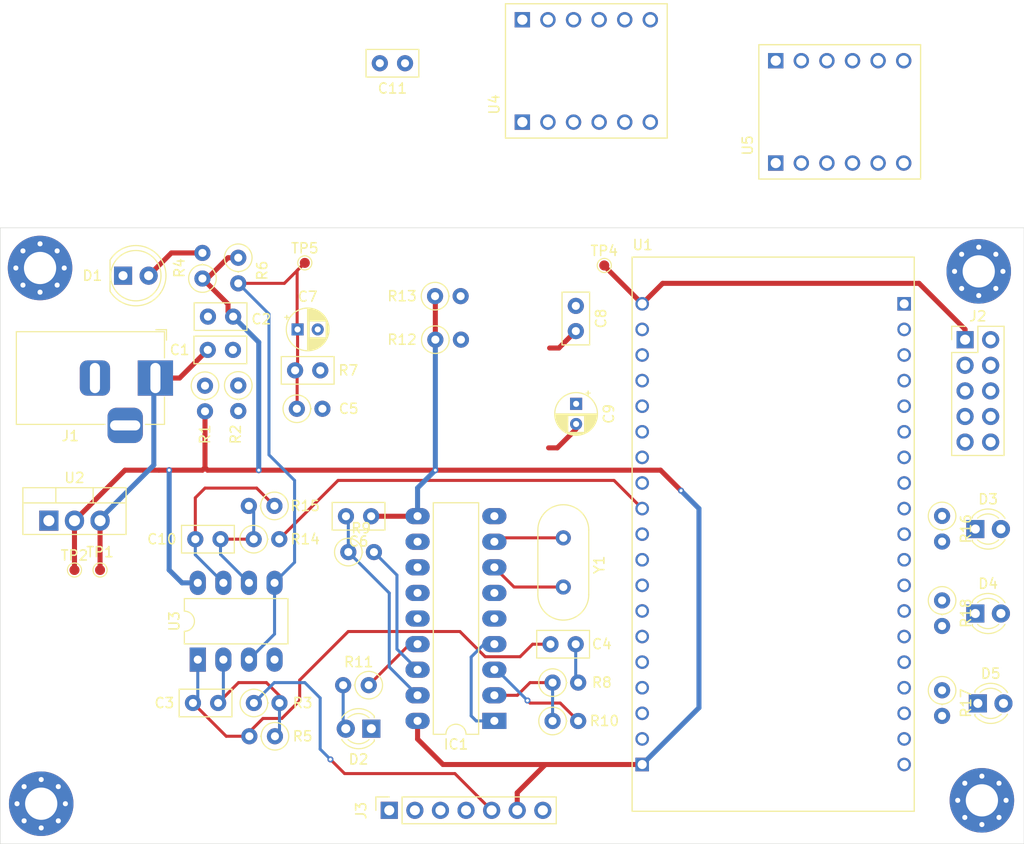
<source format=kicad_pcb>
(kicad_pcb (version 20240108) (generator "pcbnew") (generator_version "8.0")
  (layers (0 "F.Cu" signal) (31 "B.Cu" signal) (34 "B.Paste" user) (35 "F.Paste" user) (36 "B.SilkS" user "B.Silkscreen") (37 "F.SilkS" user "F.Silkscreen") (38 "B.Mask" user) (39 "F.Mask" user) (44 "Edge.Cuts" user))
  (net 0 "")
  (net 1 "Net-(U2-VI)")
  (net 2 "Earth")
  (net 3 "/5V")
  (net 4 "/Audio_SLIC-Amp")
  (net 5 "Net-(U3-1IN-)")
  (net 6 "Net-(C4-Pad1)")
  (net 7 "/Vref")
  (net 8 "Net-(IC1-ST{slash}GT)")
  (net 9 "Net-(U3-2IN-)")
  (net 10 "/Audio_ESP32-Amp")
  (net 11 "Net-(D1-A)")
  (net 12 "Net-(D2-A)")
  (net 13 "Net-(D3-A)")
  (net 14 "Net-(D4-A)")
  (net 15 "Net-(D5-A)")
  (net 16 "Net-(IC1-IN+)")
  (net 17 "Net-(IC1-GS)")
  (net 18 "Net-(IC1-Q4)")
  (net 19 "Net-(IC1-EST)")
  (net 20 "Net-(IC1-OSC1)")
  (net 21 "Net-(IC1-Q3)")
  (net 22 "Net-(IC1-STD)")
  (net 23 "Net-(IC1-OSC2)")
  (net 24 "Net-(IC1-Q1)")
  (net 25 "Net-(IC1-Q2)")
  (net 26 "Net-(IC1-IN-)")
  (net 27 "/TDO")
  (net 28 "/TDI")
  (net 29 "/TMS")
  (net 30 "/3V3")
  (net 32 "/TCK")
  (net 33 "/SLIC_INT")
  (net 34 "/MCP_RESET")
  (net 35 "/SLC")
  (net 36 "/SDA")
  (net 37 "/Audio_SLIC")
  (net 38 "Net-(U2-ADJ)")
  (net 39 "/Audio_ESP32")
  (net 40 "/WiFi_LED")
  (net 41 "/MQTT_LED")
  (net 42 "/Hook_Status_LED")
  (net 44 "/Q2_3V")
  (net 45 "/Q1_3V")
  (net 46 "unconnected-(C9-Pad2)")
  (net 50 "/SDA_3V")
  (net 54 "/MCP_RESET_3V")
  (net 58 "/Q4_3V")
  (net 61 "/SLIC_INT_3V")
  (net 64 "/Q3_3V")
  (net 66 "/SCL_3V")
  (net 68 "/Test_button")
  (footprint "Package_DIP:DIP-8_W7.62mm_LongPads" (layer "F.Cu") (at 172.003 93.477 90)
    (property "Reference" "U3")
    (property "Value" "LM358PE3")
  )
  (footprint "Resistor_THT:R_Axial_DIN0207_L6.3mm_D2.5mm_P2.54mm_Vertical" (layer "F.Cu") (at 172.72 66.294 -90)
    (property "Reference" "R1")
    (property "Value" "240")
  )
  (footprint "Capacitor_THT:C_Disc_D5.0mm_W2.5mm_P2.50mm" (layer "F.Cu") (at 172.994 62.738)
    (property "Reference" "C1")
    (property "Value" "0,1uF")
  )
  (footprint "MountingHole:MountingHole_3.2mm_M3_Pad_Via" (layer "F.Cu") (at 156.464 107.776944)
    (property "Reference" "H4" (hide yes))
    (property "Value" "MountingHole_Pad" (hide yes))
  )
  (footprint "TestPoint:TestPoint_Pad_D1.0mm" (layer "F.Cu") (at 159.766 84.582)
    (property "Reference" "TP2")
    (property "Value" "TestPoint" (hide yes))
  )
  (footprint "Resistor_THT:R_Axial_DIN0207_L6.3mm_D2.5mm_P2.54mm_Vertical" (layer "F.Cu") (at 177.572 97.78)
    (property "Reference" "R3")
    (property "Value" "10K")
  )
  (footprint "Resistor_THT:R_Axial_DIN0207_L6.3mm_D2.5mm_P2.54mm_Vertical" (layer "F.Cu") (at 245.872 79.219 -90)
    (property "Reference" "R16")
    (property "Value" "220")
  )
  (footprint "Resistor_THT:R_Axial_DIN0207_L6.3mm_D2.5mm_P2.54mm_Vertical" (layer "F.Cu") (at 177.552 81.524)
    (property "Reference" "R14")
    (property "Value" "10K")
  )
  (footprint "Crystal:Crystal_HC49-4H_Vertical" (layer "F.Cu") (at 208.28 86.27 90)
    (property "Reference" "Y1")
    (property "Value" "3.579546" (hide yes))
  )
  (footprint "Resistor_THT:R_Axial_DIN0207_L6.3mm_D2.5mm_P2.54mm_Vertical" (layer "F.Cu") (at 186.944 82.804)
    (property "Reference" "R9")
    (property "Value" "390K")
  )
  (footprint "Capacitor_THT:CP_Radial_D4.0mm_P2.00mm" (layer "F.Cu") (at 181.907401 60.706)
    (property "Reference" "C7")
    (property "Value" "47uF")
  )
  (footprint "Capacitor_THT:C_Disc_D5.0mm_W2.5mm_P2.50mm" (layer "F.Cu") (at 175.514 59.436 180)
    (property "Reference" "C2")
    (property "Value" "10uF")
  )
  (footprint "LED_THT:LED_D3.0mm" (layer "F.Cu") (at 249.423 97.819)
    (property "Reference" "D5")
    (property "Value" "LED")
  )
  (footprint "TestPoint:TestPoint_Pad_D1.0mm" (layer "F.Cu") (at 212.344 54.356)
    (property "Reference" "TP4")
    (property "Value" "TestPoint" (hide yes))
  )
  (footprint "Capacitor_THT:C_Disc_D5.0mm_W2.5mm_P2.50mm" (layer "F.Cu") (at 209.51 91.948 180)
    (property "Reference" "C4")
    (property "Value" "0,1uF")
  )
  (footprint "Capacitor_THT:C_Disc_D5.0mm_W2.5mm_P2.50mm" (layer "F.Cu") (at 171.525 97.78)
    (property "Reference" "C3")
    (property "Value" "2n2")
  )
  (footprint "Package_DIP:DIP-18_W7.62mm_LongPads" (layer "F.Cu") (at 201.437 99.558 180)
    (property "Reference" "IC1")
    (property "Value" "MT8870DE" (hide yes))
  )
  (footprint "Resistor_THT:R_Axial_DIN0207_L6.3mm_D2.5mm_P2.54mm_Vertical" (layer "F.Cu") (at 245.872 96.52 -90)
    (property "Reference" "R17")
    (property "Value" "220")
  )
  (footprint "LED_THT:LED_D5.0mm" (layer "F.Cu") (at 164.587 55.372)
    (property "Reference" "D1")
    (property "Value" "LED")
  )
  (footprint "TestPoint:TestPoint_Pad_D1.0mm" (layer "F.Cu") (at 162.306 84.582 180)
    (property "Reference" "TP1")
    (property "Value" "TestPoint" (hide yes))
  )
  (footprint "Resistor_THT:R_Axial_DIN0207_L6.3mm_D2.5mm_P2.54mm_Vertical" (layer "F.Cu") (at 207.215 95.758)
    (property "Reference" "R8")
    (property "Value" "100K")
  )
  (footprint "Package_TO_SOT_THT:TO-220-3_Vertical" (layer "F.Cu") (at 157.226 79.685)
    (property "Reference" "U2")
    (property "Value" "LM317_TO-220" (hide yes))
  )
  (footprint "Connector_PinSocket_2.54mm:PinSocket_1x07_P2.54mm_Vertical" (layer "F.Cu") (at 191.008 108.433 90)
    (property "Reference" "J3")
    (property "Value" "Conn_01x07" (hide yes))
  )
  (footprint "Connector_PinHeader_2.54mm:PinHeader_2x05_P2.54mm_Vertical" (layer "F.Cu") (at 248.153 61.727)
    (property "Reference" "J2")
    (property "Value" "Conn_02x05_Top_Bottom" (hide yes))
  )
  (footprint "Resistor_THT:R_Axial_DIN0207_L6.3mm_D2.5mm_P2.54mm_Vertical" (layer "F.Cu") (at 207.215 99.568)
    (property "Reference" "R10")
    (property "Value" "100K")
  )
  (footprint "Resistor_THT:R_Axial_DIN0207_L6.3mm_D2.5mm_P2.54mm_Vertical" (layer "F.Cu") (at 245.872 87.601 -90)
    (property "Reference" "R18")
    (property "Value" "220")
  )
  (footprint "Capacitor_THT:CP_Radial_D4.0mm_P2.00mm" (layer "F.Cu") (at 209.55 68.092 -90)
    (property "Reference" "C9")
    (property "Value" "2,2uF")
  )
  (footprint "Resistor_THT:R_Axial_DIN0207_L6.3mm_D2.5mm_P2.54mm_Vertical" (layer "F.Cu") (at 179.613 78.222 180)
    (property "Reference" "R15")
    (property "Value" "10K")
  )
  (footprint "Resistor_THT:R_Axial_DIN0207_L6.3mm_D2.5mm_P2.54mm_Vertical" (layer "F.Cu") (at 195.58 61.722)
    (property "Reference" "R12")
    (property "Value" "4,7K")
  )
  (footprint "LED_THT:LED_D3.0mm" (layer "F.Cu") (at 249.169 80.518)
    (property "Reference" "D3")
    (property "Value" "LED")
  )
  (footprint "MountingHole:MountingHole_3.2mm_M3_Pad_Via" (layer "F.Cu") (at 249.822 107.442)
    (property "Reference" "H2" (hide yes))
    (property "Value" "MountingHole_Pad" (hide yes))
  )
  (footprint "Resistor_THT:R_Axial_DIN0207_L6.3mm_D2.5mm_P2.54mm_Vertical" (layer "F.Cu") (at 176.022 53.594 -90)
    (property "Reference" "R6")
    (property "Value" "470")
  )
  (footprint "Connector_BarrelJack:BarrelJack_Horizontal" (layer "F.Cu") (at 167.798 65.532)
    (property "Reference" "J1")
    (property "Value" "Jack-DC")
  )
  (footprint "Resistor_THT:R_Axial_DIN0207_L6.3mm_D2.5mm_P2.54mm_Vertical" (layer "F.Cu") (at 188.971 96.012 180)
    (property "Reference" "R11")
    (property "Value" "100K")
  )
  (footprint "Capacitor_THT:C_Disc_D5.0mm_W2.5mm_P2.50mm" (layer "F.Cu") (at 192.572 34.29 180)
    (property "Reference" "C11")
    (property "Value" "0,1uF")
  )
  (footprint "LED_THT:LED_D3.0mm" (layer "F.Cu") (at 189.23 100.33 180)
    (property "Reference" "D2")
    (property "Value" "LED")
  )
  (footprint "Resistor_THT:R_Axial_DIN0207_L6.3mm_D2.5mm_P2.54mm_Vertical" (layer "F.Cu") (at 181.835 68.58)
    (property "Reference" "R7")
    (property "Value" "470")
  )
  (footprint "Capacitor_THT:C_Disc_D5.0mm_W2.5mm_P2.50mm" (layer "F.Cu") (at 189.21 79.248 180)
    (property "Reference" "C6")
    (property "Value" "0,1uF")
  )
  (footprint "Capacitor_THT:C_Disc_D5.0mm_W2.5mm_P2.50mm" (layer "F.Cu") (at 209.522 58.3715 -90)
    (property "Reference" "C8")
    (property "Value" "0,1uF")
  )
  (footprint "TestPoint:TestPoint_Pad_D1.0mm" (layer "F.Cu") (at 182.626 54.102)
    (property "Reference" "TP5")
    (property "Value" "TestPoint" (hide yes))
  )
  (footprint "Resistor_THT:R_Axial_DIN0207_L6.3mm_D2.5mm_P2.54mm_Vertical" (layer "F.Cu") (at 195.551 57.404)
    (property "Reference" "R13")
    (property "Value" "4,7K")
  )
  (footprint "JW_footprint_library:CONV_BOB-12009" (layer "F.Cu") (at 235.712 39.116 90)
    (property "Reference" "U5")
    (property "Value" "BOB-12009")
  )
  (footprint "JW_footprint_library:MODULE_ESP32_NODEMCU" (layer "F.Cu") (at 229.108 81.026)
    (property "Reference" "U1")
    (property "Value" "ESP32_NODEMCU" (hide yes))
  )
  (footprint "MountingHole:MountingHole_3.2mm_M3_Pad_Via" (layer "F.Cu") (at 249.508944 54.944944)
    (property "Reference" "H3" (hide yes))
    (property "Value" "MountingHole_Pad" (hide yes))
  )
  (footprint "Resistor_THT:R_Axial_DIN0207_L6.3mm_D2.5mm_P2.54mm_Vertical" (layer "F.Cu") (at 179.662 101.082 180)
    (property "Reference" "R5")
    (property "Value" "10K")
  )
  (footprint "JW_footprint_library:CONV_BOB-12009" (layer "F.Cu") (at 210.566 35.052 90)
    (property "Reference" "U4")
    (property "Value" "BOB-12009")
  )
  (footprint "Resistor_THT:R_Axial_DIN0207_L6.3mm_D2.5mm_P2.54mm_Vertical" (layer "F.Cu") (at 172.466 55.655 90)
    (property "Reference" "R4")
    (property "Value" "470")
  )
  (footprint "MountingHole:MountingHole_3.2mm_M3_Pad_Via" (layer "F.Cu") (at 156.35 54.61)
    (property "Reference" "H1" (hide yes))
    (property "Value" "MountingHole_Pad" (hide yes))
  )
  (footprint "LED_THT:LED_D3.0mm" (layer "F.Cu") (at 249.169 88.9)
    (property "Reference" "D4")
    (property "Value" "LED" (hide yes))
  )
  (footprint "Capacitor_THT:C_Disc_D5.0mm_W2.5mm_P2.50mm" (layer "F.Cu") (at 174.259 81.524 180)
    (property "Reference" "C10")
    (property "Value" "2n2")
  )
  (footprint "Capacitor_THT:C_Disc_D5.0mm_W2.5mm_P2.50mm" (layer "F.Cu") (at 184.161401 64.77 180)
    (property "Reference" "C5")
    (property "Value" "0,1uF")
  )
  (footprint "Resistor_THT:R_Axial_DIN0207_L6.3mm_D2.5mm_P2.54mm_Vertical" (layer "F.Cu") (at 176.022 66.265 -90)
    (property "Reference" "R2")
    (property "Value" "720")
  )
  (gr_rect (start 152.4 50.622) (end 254 111.76) (stroke (width 0.05)) (fill none) (layer "Edge.Cuts"))
  (segment (start 170.2 65.532) (end 172.994 62.738) (width 0.5) (layer "F.Cu") (net 1))
  (segment (start 167.798 65.532) (end 170.2 65.532) (width 0.5) (layer "F.Cu") (net 1))
  (segment (start 162.306 79.685) (end 162.306 84.582) (width 0.5) (layer "F.Cu") (net 1))
  (segment (start 167.64 74.168) (end 162.306 79.502) (width 0.5) (layer "B.Cu") (net 1))
  (segment (start 167.64 65.69) (end 167.64 74.168) (width 0.5) (layer "B.Cu") (net 1))
  (segment (start 167.798 65.532) (end 167.64 65.69) (width 0.5) (layer "B.Cu") (net 1))
  (segment (start 162.306 79.502) (end 162.306 79.685) (width 0.5) (layer "B.Cu") (net 1))
  (segment (start 172.974 74.676) (end 172.72 74.422) (width 0.5) (layer "F.Cu") (net 3))
  (segment (start 203.708 106.68) (end 206.502 103.886) (width 0.5) (layer "F.Cu") (net 3))
  (segment (start 169.164 74.676) (end 172.466 74.676) (width 0.5) (layer "F.Cu") (net 3))
  (segment (start 178.054 74.676) (end 172.974 74.676) (width 0.5) (layer "F.Cu") (net 3))
  (segment (start 175.006 53.594) (end 176.022 53.594) (width 0.5) (layer "F.Cu") (net 3))
  (segment (start 193.817 101.361) (end 193.817 99.558) (width 0.5) (layer "F.Cu") (net 3))
  (segment (start 159.766 79.685) (end 159.766 84.582) (width 0.5) (layer "F.Cu") (net 3))
  (segment (start 216.108 103.886) (end 206.502 103.886) (width 0.5) (layer "F.Cu") (net 3))
  (segment (start 164.775 74.676) (end 168.148 74.676) (width 0.5) (layer "F.Cu") (net 3))
  (segment (start 209.522 60.8715) (end 207.841 62.5525) (width 0.5) (layer "F.Cu") (net 3))
  (segment (start 203.708 106.68) (end 203.708 108.433) (width 0.5) (layer "F.Cu") (net 3))
  (segment (start 219.964 76.708) (end 217.932 74.676) (width 0.5) (layer "F.Cu") (net 3))
  (segment (start 195.58 57.433) (end 195.551 57.404) (width 0.5) (layer "F.Cu") (net 3))
  (segment (start 172.945 55.655) (end 175.006 53.594) (width 0.5) (layer "F.Cu") (net 3))
  (segment (start 172.72 74.422) (end 172.72 68.834) (width 0.5) (layer "F.Cu") (net 3))
  (segment (start 175.514 59.436) (end 175.006 58.928) (width 0.5) (layer "F.Cu") (net 3))
  (segment (start 189.21 79.248) (end 193.807 79.248) (width 0.5) (layer "F.Cu") (net 3))
  (segment (start 172.466 55.655) (end 172.945 55.655) (width 0.5) (layer "F.Cu") (net 3))
  (segment (start 207.841 62.5525) (end 206.92 62.5525) (width 0.5) (layer "F.Cu") (net 3))
  (segment (start 196.342 103.886) (end 193.817 101.361) (width 0.5) (layer "F.Cu") (net 3))
  (segment (start 195.58 61.722) (end 195.58 57.433) (width 0.5) (layer "F.Cu") (net 3))
  (segment (start 175.006 58.195) (end 172.466 55.655) (width 0.5) (layer "F.Cu") (net 3))
  (segment (start 168.148 74.676) (end 169.164 74.676) (width 0.5) (layer "F.Cu") (net 3))
  (segment (start 206.502 103.886) (end 196.342 103.886) (width 0.5) (layer "F.Cu") (net 3))
  (segment (start 175.006 58.928) (end 175.006 58.195) (width 0.5) (layer "F.Cu") (net 3))
  (segment (start 193.807 79.248) (end 193.817 79.238) (width 0.5) (layer "F.Cu") (net 3))
  (segment (start 217.932 74.676) (end 195.58 74.676) (width 0.5) (layer "F.Cu") (net 3))
  (segment (start 172.466 74.676) (end 172.72 74.422) (width 0.5) (layer "F.Cu") (net 3))
  (segment (start 178.054 74.676) (end 195.58 74.676) (width 0.5) (layer "F.Cu") (net 3))
  (segment (start 159.766 79.685) (end 164.775 74.676) (width 0.5) (layer "F.Cu") (net 3))
  (via (at 219.964 76.708) (size 0.6) (drill 0.3) (layers "F.Cu" "B.Cu") (net 3))
  (via (at 178.054 74.676) (size 0.6) (drill 0.3) (layers "F.Cu" "B.Cu") (net 3))
  (via (at 169.164 74.676) (size 0.6) (drill 0.3) (layers "F.Cu" "B.Cu") (net 3))
  (via (at 195.58 74.676) (size 0.6) (drill 0.3) (layers "F.Cu" "B.Cu") (net 3))
  (segment (start 219.964 76.708) (end 221.742 78.486) (width 0.5) (layer "B.Cu") (net 3))
  (segment (start 193.817 76.439) (end 193.817 79.238) (width 0.5) (layer "B.Cu") (net 3))
  (segment (start 178.054 61.976) (end 175.514 59.436) (width 0.5) (layer "B.Cu") (net 3))
  (segment (start 178.054 74.676) (end 178.054 61.976) (width 0.5) (layer "B.Cu") (net 3))
  (segment (start 221.742 78.486) (end 221.742 98.252) (width 0.5) (layer "B.Cu") (net 3))
  (segment (start 221.742 98.252) (end 216.108 103.886) (width 0.5) (layer "B.Cu") (net 3))
  (segment (start 170.439 85.857) (end 172.003 85.857) (width 0.5) (layer "B.Cu") (net 3))
  (segment (start 169.164 74.676) (end 169.164 84.582) (width 0.5) (layer "B.Cu") (net 3))
  (segment (start 195.58 74.676) (end 193.817 76.439) (width 0.5) (layer "B.Cu") (net 3))
  (segment (start 195.58 74.676) (end 195.58 61.722) (width 0.5) (layer "B.Cu") (net 3))
  (segment (start 169.164 84.582) (end 170.439 85.857) (width 0.5) (layer "B.Cu") (net 3))
  (segment (start 186.934 90.688) (end 182.118 95.504) (width 0.3) (layer "F.Cu") (net 4))
  (segment (start 177.122 100.664) (end 177.122 101.082) (width 0.3) (layer "F.Cu") (net 4))
  (segment (start 171.525 97.78) (end 174.827 101.082) (width 0.3) (layer "F.Cu") (net 4))
  (segment (start 182.118 97.541767) (end 180.345767 99.314) (width 0.3) (layer "F.Cu") (net 4))
  (segment (start 200.519233 93.188) (end 198.019233 90.688) (width 0.3) (layer "F.Cu") (net 4))
  (segment (start 182.118 95.504) (end 182.118 97.541767) (width 0.3) (layer "F.Cu") (net 4))
  (segment (start 207.01 91.948) (end 205.232 91.948) (width 0.3) (layer "F.Cu") (net 4))
  (segment (start 203.992 93.188) (end 200.519233 93.188) (width 0.3) (layer "F.Cu") (net 4))
  (segment (start 180.345767 99.314) (end 178.472 99.314) (width 0.3) (layer "F.Cu") (net 4))
  (segment (start 174.827 101.082) (end 177.122 101.082) (width 0.3) (layer "F.Cu") (net 4))
  (segment (start 178.472 99.314) (end 177.122 100.664) (width 0.3) (layer "F.Cu") (net 4))
  (segment (start 205.232 91.948) (end 203.992 93.188) (width 0.3) (layer "F.Cu") (net 4))
  (segment (start 198.019233 90.688) (end 186.934 90.688) (width 0.3) (layer "F.Cu") (net 4))
  (segment (start 172.003 97.302) (end 171.525 97.78) (width 0.3) (layer "B.Cu") (net 4))
  (segment (start 172.003 93.477) (end 172.003 97.302) (width 0.3) (layer "B.Cu") (net 4))
  (segment (start 180.112 97.054) (end 180.112 97.78) (width 0.3) (layer "F.Cu") (net 5))
  (segment (start 174.025 97.78) (end 176.047 95.758) (width 0.3) (layer "F.Cu") (net 5))
  (segment (start 178.816 95.758) (end 180.112 97.054) (width 0.3) (layer "F.Cu") (net 5))
  (segment (start 176.047 95.758) (end 178.816 95.758) (width 0.3) (layer "F.Cu") (net 5))
  (segment (start 174.543 93.477) (end 174.543 97.262) (width 0.3) (layer "B.Cu") (net 5))
  (segment (start 180.112 100.632) (end 179.662 101.082) (width 0.3) (layer "B.Cu") (net 5))
  (segment (start 174.543 97.262) (end 174.025 97.78) (width 0.3) (layer "B.Cu") (net 5))
  (segment (start 180.112 97.78) (end 180.112 100.632) (width 0.3) (layer "B.Cu") (net 5))
  (segment (start 209.755 92.193) (end 209.51 91.948) (width 0.3) (layer "F.Cu") (net 6))
  (segment (start 209.51 95.513) (end 209.755 95.758) (width 0.3) (layer "B.Cu") (net 6))
  (segment (start 209.51 91.948) (end 209.51 95.513) (width 0.3) (layer "B.Cu") (net 6))
  (segment (start 181.864 68.551) (end 181.835 68.58) (width 0.3) (layer "F.Cu") (net 7))
  (segment (start 181.864 54.864) (end 181.864 60.662599) (width 0.3) (layer "F.Cu") (net 7))
  (segment (start 181.661401 64.77) (end 181.864 64.972599) (width 0.3) (layer "F.Cu") (net 7))
  (segment (start 181.907401 60.706) (end 181.907401 64.524) (width 0.3) (layer "F.Cu") (net 7))
  (segment (start 181.864 60.662599) (end 181.907401 60.706) (width 0.3) (layer "F.Cu") (net 7))
  (segment (start 181.864 64.972599) (end 181.864 68.551) (width 0.3) (layer "F.Cu") (net 7))
  (segment (start 180.594 56.134) (end 182.626 54.102) (width 0.3) (layer "F.Cu") (net 7))
  (segment (start 181.907401 64.524) (end 181.661401 64.77) (width 0.3) (layer "F.Cu") (net 7))
  (segment (start 176.022 56.134) (end 180.594 56.134) (width 0.3) (layer "F.Cu") (net 7))
  (segment (start 182.626 54.102) (end 181.864 54.864) (width 0.3) (layer "F.Cu") (net 7))
  (segment (start 181.61 83.82) (end 179.623 85.807) (width 0.3) (layer "B.Cu") (net 7))
  (segment (start 179.07 73.152) (end 181.61 75.692) (width 0.3) (layer "B.Cu") (net 7))
  (segment (start 179.623 85.857) (end 179.623 90.937) (width 0.3) (layer "B.Cu") (net 7))
  (segment (start 176.022 56.134) (end 179.07 59.182) (width 0.3) (layer "B.Cu") (net 7))
  (segment (start 181.61 75.692) (end 181.61 83.82) (width 0.3) (layer "B.Cu") (net 7))
  (segment (start 179.07 59.182) (end 179.07 73.152) (width 0.3) (layer "B.Cu") (net 7))
  (segment (start 179.623 85.807) (end 179.623 85.857) (width 0.3) (layer "B.Cu") (net 7))
  (segment (start 179.623 90.937) (end 177.083 93.477) (width 0.3) (layer "B.Cu") (net 7))
  (segment (start 191.008 94.209) (end 191.008 86.868) (width 0.3) (layer "B.Cu") (net 8))
  (segment (start 186.944 82.804) (end 186.944 79.482) (width 0.3) (layer "B.Cu") (net 8))
  (segment (start 186.944 79.482) (end 186.71 79.248) (width 0.3) (layer "B.Cu") (net 8))
  (segment (start 191.008 86.868) (end 186.944 82.804) (width 0.3) (layer "B.Cu") (net 8))
  (segment (start 193.817 97.018) (end 191.008 94.209) (width 0.3) (layer "B.Cu") (net 8))
  (segment (start 177.552 81.524) (end 174.259 81.524) (width 0.3) (layer "F.Cu") (net 9))
  (segment (start 177.552 81.524) (end 177.546 81.518) (width 0.3) (layer "F.Cu") (net 9))
  (segment (start 177.083 85.857) (end 177.038 85.812) (width 0.3) (layer "F.Cu") (net 9))
  (segment (start 174.259 81.524) (end 174.259 81.036) (width 0.3) (layer "F.Cu") (net 9))
  (segment (start 177.546 78.695) (end 177.073 78.222) (width 0.3) (layer "F.Cu") (net 9))
  (segment (start 174.259 81.524) (end 174.259 83.033) (width 0.3) (layer "B.Cu") (net 9))
  (segment (start 174.259 83.033) (end 177.083 85.857) (width 0.3) (layer "B.Cu") (net 9))
  (segment (start 177.552 81.524) (end 177.552 78.701) (width 0.3) (layer "B.Cu") (net 9))
  (segment (start 177.552 78.701) (end 177.073 78.222) (width 0.3) (layer "B.Cu") (net 9))
  (segment (start 171.759 77.415) (end 172.72 76.454) (width 0.3) (layer "F.Cu") (net 10))
  (segment (start 177.845 76.454) (end 179.613 78.222) (width 0.3) (layer "F.Cu") (net 10))
  (segment (start 174.498 85.812) (end 174.543 85.857) (width 0.3) (layer "F.Cu") (net 10))
  (segment (start 171.759 81.524) (end 171.759 77.415) (width 0.3) (layer "F.Cu") (net 10))
  (segment (start 172.72 76.454) (end 177.845 76.454) (width 0.3) (layer "F.Cu") (net 10))
  (segment (start 171.759 83.073) (end 174.543 85.857) (width 0.3) (layer "B.Cu") (net 10))
  (segment (start 171.759 81.524) (end 171.759 83.073) (width 0.3) (layer "B.Cu") (net 10))
  (segment (start 172.466 53.115) (end 169.384 53.115) (width 0.5) (layer "F.Cu") (net 11))
  (segment (start 169.384 53.115) (end 167.127 55.372) (width 0.5) (layer "F.Cu") (net 11))
  (segment (start 186.431 100.071) (end 186.69 100.33) (width 0.3) (layer "B.Cu") (net 12))
  (segment (start 186.431 96.012) (end 186.431 100.071) (width 0.3) (layer "B.Cu") (net 12))
  (segment (start 199.136 99.06) (end 199.136 93.218) (width 0.3) (layer "B.Cu") (net 16))
  (segment (start 201.437 99.558) (end 199.634 99.558) (width 0.3) (layer "B.Cu") (net 16))
  (segment (start 199.136 93.218) (end 200.416 91.938) (width 0.3) (layer "B.Cu") (net 16))
  (segment (start 200.416 91.938) (end 201.437 91.938) (width 0.3) (layer "B.Cu") (net 16))
  (segment (start 199.634 99.558) (end 199.136 99.06) (width 0.3) (layer "B.Cu") (net 16))
  (segment (start 204.978 97.79) (end 207.977 97.79) (width 0.3) (layer "F.Cu") (net 17))
  (segment (start 207.977 97.79) (end 209.755 99.568) (width 0.3) (layer "F.Cu") (net 17))
  (segment (start 204.724 97.536) (end 204.978 97.79) (width 0.3) (layer "F.Cu") (net 17))
  (via (at 204.724 97.536) (size 0.6) (drill 0.3) (layers "F.Cu" "B.Cu") (net 17))
  (segment (start 201.437 94.478) (end 201.666 94.478) (width 0.3) (layer "B.Cu") (net 17))
  (segment (start 201.666 94.478) (end 204.724 97.536) (width 0.3) (layer "B.Cu") (net 17))
  (segment (start 191.77 92.431) (end 191.77 85.09) (width 0.3) (layer "B.Cu") (net 19))
  (segment (start 193.817 94.478) (end 191.77 92.431) (width 0.3) (layer "B.Cu") (net 19))
  (segment (start 191.77 85.09) (end 189.484 82.804) (width 0.3) (layer "B.Cu") (net 19))
  (segment (start 208.28 86.27) (end 203.389 86.27) (width 0.3) (layer "F.Cu") (net 20))
  (segment (start 203.389 86.27) (end 201.437 84.318) (width 0.3) (layer "F.Cu") (net 20))
  (segment (start 193.045 91.938) (end 193.817 91.938) (width 0.3) (layer "F.Cu") (net 22))
  (segment (start 188.971 96.012) (end 193.045 91.938) (width 0.3) (layer "F.Cu") (net 22))
  (segment (start 208.28 81.39) (end 201.825 81.39) (width 0.3) (layer "F.Cu") (net 23))
  (segment (start 201.825 81.39) (end 201.437 81.778) (width 0.3) (layer "F.Cu") (net 23))
  (segment (start 203.718 97.018) (end 201.437 97.018) (width 0.3) (layer "F.Cu") (net 26))
  (segment (start 204.978 95.758) (end 203.718 97.018) (width 0.3) (layer "F.Cu") (net 26))
  (segment (start 207.215 95.758) (end 204.978 95.758) (width 0.3) (layer "F.Cu") (net 26))
  (segment (start 207.215 95.758) (end 207.215 99.568) (width 0.3) (layer "B.Cu") (net 26))
  (segment (start 216.108 58.166) (end 212.344 54.402) (width 0.5) (layer "F.Cu") (net 30))
  (segment (start 243.586 56.134) (end 218.14 56.134) (width 0.5) (layer "F.Cu") (net 30))
  (segment (start 212.344 54.402) (end 212.344 54.356) (width 0.5) (layer "F.Cu") (net 30))
  (segment (start 218.14 56.134) (end 216.108 58.166) (width 0.5) (layer "F.Cu") (net 30))
  (segment (start 248.153 61.727) (end 248.153 60.701) (width 0.5) (layer "F.Cu") (net 30))
  (segment (start 248.153 60.701) (end 243.586 56.134) (width 0.5) (layer "F.Cu") (net 30))
  (segment (start 186.574 104.786) (end 197.521 104.786) (width 0.3) (layer "F.Cu") (net 37))
  (segment (start 197.521 104.786) (end 201.168 108.433) (width 0.3) (layer "F.Cu") (net 37))
  (segment (start 185.166 103.378) (end 186.574 104.786) (width 0.3) (layer "F.Cu") (net 37))
  (via (at 185.166 103.378) (size 0.6) (drill 0.3) (layers "F.Cu" "B.Cu") (net 37))
  (segment (start 184.15 97.282) (end 182.626 95.758) (width 0.3) (layer "B.Cu") (net 37))
  (segment (start 179.594 95.758) (end 177.572 97.78) (width 0.3) (layer "B.Cu") (net 37))
  (segment (start 184.15 102.362) (end 184.15 97.282) (width 0.3) (layer "B.Cu") (net 37))
  (segment (start 182.626 95.758) (end 179.594 95.758) (width 0.3) (layer "B.Cu") (net 37))
  (segment (start 185.166 103.378) (end 184.15 102.362) (width 0.3) (layer "B.Cu") (net 37))
  (segment (start 180.092 81.524) (end 185.924 75.692) (width 0.3) (layer "F.Cu") (net 39))
  (segment (start 185.924 75.692) (end 213.314 75.692) (width 0.3) (layer "F.Cu") (net 39))
  (segment (start 213.314 75.692) (end 216.108 78.486) (width 0.3) (layer "F.Cu") (net 39))
  (segment (start 209.55 70.592) (end 207.6835 72.4585) (width 0.5) (layer "F.Cu") (net 46))
  (segment (start 207.6835 72.4585) (end 206.82 72.4585) (width 0.5) (layer "F.Cu") (net 46))
)
</source>
